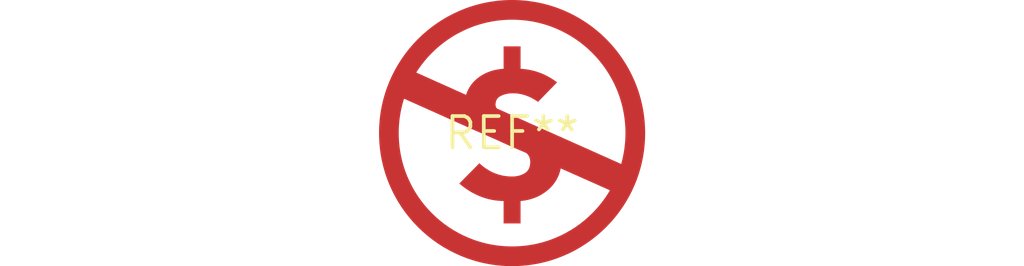
<source format=kicad_pcb>
(kicad_pcb (version 20240108) (generator pcbnew)
  (layers (0 "F.Cu" signal) (31 "B.Cu" signal) (34 "B.Paste" user) (35 "F.Paste" user) (36 "B.SilkS" user "B.Silkscreen") (37 "F.SilkS" user "F.Silkscreen") (38 "B.Mask" user) (39 "F.Mask" user) (44 "Edge.Cuts" user))
  (net 0 "")
  (footprint "Symbol_CC-Noncommercial_CopperTop_Big" (layer "F.Cu") (at 0 0)
    (property "Reference" "REF**")
    (property "Value" "Symbol_CC-Noncommercial_CopperTop_Big")
    (fp_circle (center 0 0) (end 5 0) (layer "F.Cu") (stroke (width 0.8)) (fill none))
    (fp_poly (pts (xy 0.344428 -2.608719) (xy 0.445734 -2.601589) (xy 0.545878 -2.590826) (xy 0.644859 -2.576429) (xy 0.742678 -2.558398) (xy 0.839336 -2.536732) (xy 0.934834 -2.511432) (xy 1.029171 -2.482497) (xy 1.122349 -2.449926) (xy 1.214368 -2.413721) (xy 1.305228 -2.373879) (xy 1.394931 -2.330402) (xy 1.483476 -2.283288) (xy 1.570865 -2.232538) (xy 1.657097 -2.178151) (xy 1.742173 -2.120127) (xy 1.826094 -2.058465) (xy 1.053405 -1.264662) (xy 0.991068 -1.306949) (xy 0.928586 -1.346505) (xy 0.865956 -1.383331) (xy 0.803177 -1.417427) (xy 0.740246 -1.448795) (xy 0.67716 -1.477433) (xy 0.613918 -1.503343) (xy 0.550518 -1.526524) (xy 0.486957 -1.546977) (xy 0.423234 -1.564702) (xy 0.359345 -1.579699) (xy 0.29529 -1.591969) (xy 0.231065 -1.601512) (xy 0.166668 -1.608328) (xy 0.102098 -1.612417) (xy 0.037352 -1.61378) (xy 0.003168 -1.613366) (xy -0.030556 -1.612123) (xy -0.06382 -1.610052) (xy -0.096626 -1.607153) (xy -0.128972 -1.603428) (xy -0.160859 -1.598876) (xy -0.192288 -1.593498) (xy -0.223259 -1.587295) (xy -0.253772 -1.580268) (xy -0.283827 -1.572416) (xy -0.313424 -1.56374) (xy -0.342565 -1.554242) (xy -0.371248 -1.54392) (xy -0.399475 -1.532777) (xy -0.427246 -1.520812) (xy -0.454561 -1.508026) (xy -0.46791 -1.501266) (xy -0.480836 -1.494216) (xy -0.493338 -1.486876) (xy -0.505417 -1.479247) (xy -0.517073 -1.471328) (xy -0.528306 -1.46312) (xy -0.539115 -1.454622) (xy -0.5495 -1.445834) (xy -0.559462 -1.436757) (xy -0.569001 -1.42739) (xy -0.578116 -1.417734) (xy -0.586807 -1.407789) (xy -0.595075 -1.397555) (xy -0.602919 -1.387031) (xy -0.610339 -1.376217) (xy -0.617336 -1.365115) (xy -0.623908 -1.353723) (xy -0.630058 -1.342042) (xy -0.635783 -1.330072) (xy -0.641084 -1.317813) (xy -0.645961 -1.305265) (xy -0.650415 -1.292428) (xy -0.654444 -1.279302) (xy -0.65805 -1.265887) (xy -0.661231 -1.252183) (xy -0.663989 -1.23819) (xy -0.666322 -1.223908) (xy -0.668231 -1.209337) (xy -0.669716 -1.194477) (xy -0.670777 -1.179329) (xy -0.671625 -1.148166) (xy -0.671419 -1.138897) (xy -0.6708 -1.12963) (xy -0.669769 -1.120368) (xy -0.668326 -1.111107) (xy -0.66647 -1.101849) (xy -0.664202 -1.092593) (xy -0.661522 -1.083338) (xy -0.658429 -1.074083) (xy -0.654924 -1.064828) (xy -0.651006 -1.055573) (xy -0.646676 -1.046317) (xy -0.641934 -1.037059) (xy -0.636779 -1.027799) (xy -0.631212 -1.018536) (xy -0.625232 -1.00927) (xy -0.618841 -1) (xy 0.132549 -0.661069) (xy 0.651133 -0.428262) (xy 1.603844 -0.005061) (xy 4.640705 1.349553) (xy 4.206577 2.428761) (xy 1.973705 1.434008) (xy 1.957789 1.503346) (xy 1.939281 1.571065) (xy 1.91818 1.637166) (xy 1.894485 1.701649) (xy 1.868195 1.764513) (xy 1.83931 1.825759) (xy 1.807828 1.885388) (xy 1.773749 1.9434) (xy 1.737073 1.999795) (xy 1.697797 2.054573) (xy 1.655922 2.107735) (xy 1.611446 2.159281) (xy 1.564369 2.209211) (xy 1.51469 2.257525) (xy 1.462409 2.304224) (xy 1.407523 2.349307) (xy 1.350565 2.392444) (xy 1.292342 2.433231) (xy 1.232853 2.471667) (xy 1.172097 2.507751) (xy 1.110073 2.54148) (xy 1.046778 2.572855) (xy 0.982212 2.601873) (xy 0.916374 2.628533) (xy 0.849261 2.652833) (xy 0.780873 2.674774) (xy 0.711209 2.694352) (xy 0.640266 2.711567) (xy 0.568044 2.726417) (xy 0.494541 2.738901) (xy 0.419755 2.749018) (xy 0.343686 2.756766) (xy 0.343686 3.667065) (xy -0.344176 3.667065) (xy -0.344176 2.756766) (xy -0.466553 2.752825) (xy -0.587608 2.743501) (xy -0.707343 2.728795) (xy -0.825756 2.708707) (xy -0.942845 2.683238) (xy -1.058611 2.652388) (xy -1.173053 2.616156) (xy -1.286169 2.574544) (xy -1.397959 2.527552) (xy -1.508422 2.475179) (xy -1.617558 2.417426) (xy -1.725365 2.354294) (xy -1.831842 2.285782) (xy -1.93699 2.211892) (xy -2.040806 2.132622) (xy -2.14329 2.047974) (xy -1.328374 1.222501) (xy -1.255031 1.287832) (xy -1.18044 1.348949) (xy -1.104599 1.40585) (xy -1.027512 1.458537) (xy -0.949177 1.507009) (xy -0.869596 1.551265) (xy -0.78877 1.591307) (xy -0.706699 1.627134) (xy -0.623385 1.658746) (xy -0.538827 1.686143) (xy -0.453028 1.709325) (xy -0.365988 1.728292) (xy -0.277707 1.743044) (xy -0.188187 1.753582) (xy -0.097428 1.759904) (xy -0.005431 1.762012) (xy 0.03256 1.761478) (xy 0.069856 1.759874) (xy 0.106456 1.7572) (xy 0.14236 1.753455) (xy 0.177567 1.748636) (xy 0.212077 1.742742) (xy 0.245889 1.735772) (xy 0.279003 1.727725) (xy 0.311418 1.7186) (xy 0.343134 1.708394) (xy 0.374149 1.697107) (xy 0.404464 1.684737) (xy 0.434078 1.671283) (xy 0.462991 1.656743) (xy 0.491201 1.641117) (xy 0.518709 1.624402) (xy 0.532041 1.615649) (xy 0.544953 1.606544) (xy 0.557443 1.597087) (xy 0.569512 1.587278) (xy 0.581159 1.577118) (xy 0.592385 1.566605) (xy 0.603188 1.55574) (xy 0.61357 1.544522) (xy 0.623529 1.532953) (xy 0.633067 1.52103) (xy 0.642181 1.508755) (xy 0.650874 1.496128) (xy 0.659143 1.483147) (xy 0.66699 1.469814) (xy 0.674414 1.456127) (xy 0.681414 1.442088) (xy 0.687992 1.427695) (xy 0.694146 1.412949) (xy 0.699876 1.397849) (xy 0.705183 1.382396) (xy 0.710066 1.366589) (xy 0.714525 1.350429) (xy 0.718561 1.333914) (xy 0.722172 1.317046) (xy 0.728121 1.282247) (xy 0.732371 1.246031) (xy 0.734922 1.208398) (xy 0.735773 1.169345) (xy 0.73515 1.141863) (xy 0.733282 1.115049) (xy 0.73017 1.088903) (xy 0.725815 1.063423) (xy 0.720217 1.03861) (xy 0.713378 1.014462) (xy 0.705297 0.99098) (xy 0.695976 0.968162) (xy 0.685416 0.946009) (xy 0.673618 0.924519) (xy 0.660582 0.903692) (xy 0.646309 0.883528) (xy 0.630799 0.864026) (xy 0.614055 0.845185) (xy 0.596076 0.827005) (xy 0.576864 0.809485) (xy 0.005497 0.565936) (xy -0.692924 0.248305) (xy -1.634894 -0.164525) (xy -4.661753 -1.518583) (xy -4.132613 -2.566306) (xy -1.867701 -1.550439) (xy -1.848158 -1.607918) (xy -1.826549 -1.663951) (xy -1.802872 -1.718538) (xy -1.777128 -1.771679) (xy -1.749315 -1.823373) (xy -1.719433 -1.87362) (xy -1.687482 -1.922421) (xy -1.653461 -1.969774) (xy -1.617369 -2.015679) (xy -1.579206 -2.060136) (xy -1.538971 -2.103145) (xy -1.496665 -2.144706) (xy -1.452285 -2.184818) (xy -1.405832 -2.22348) (xy -1.357305 -2.260694) (xy -1.306704 -2.296458) (xy -1.254628 -2.330527) (xy -1.201466 -2.362655) (xy -1.147221 -2.392843) (xy -1.091892 -2.421091) (xy -1.03548 -2.447399) (xy -0.977985 -2.471766) (xy -0.919408 -2.494193) (xy -0.85975 -2.514679) (xy -0.799012 -2.533226) (xy -0.737193 -2.549831) (xy -0.674294 -2.564497) (xy -0.610315 -2.577222) (xy -0.545259 -2.588007) (xy -0.479123 -2.596851) (xy -0.411911 -2.603755) (xy -0.343621 -2.608719) (xy -0.343621 -3.519018) (xy 0.344428 -3.519018)) (layer "F.Cu") (fill solid))
  )
)
</source>
